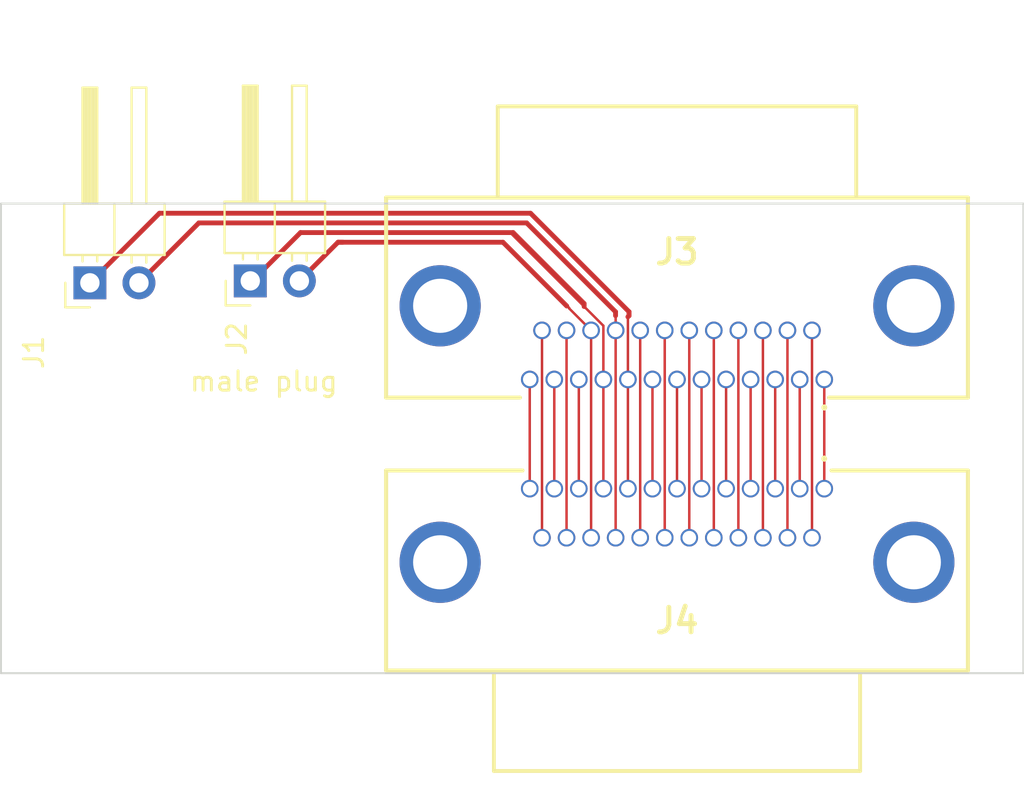
<source format=kicad_pcb>
(kicad_pcb (version 20211014) (generator pcbnew)
  (layers (0 "F.Cu" signal) (31 "B.Cu" signal) (34 "B.Paste" user) (35 "F.Paste" user) (36 "B.SilkS" user "B.Silkscreen") (37 "F.SilkS" user "F.Silkscreen") (38 "B.Mask" user) (39 "F.Mask" user) (44 "Edge.Cuts" user))
  (net 0 "")
  (net 1 "Net-(J1-Pad1)")
  (net 2 "Net-(J1-Pad2)")
  (net 3 "Net-(J2-Pad1)")
  (net 4 "Net-(J2-Pad2)")
  (net 6 "Net-(J3-Pad1)")
  (net 7 "Net-(J3-Pad2)")
  (net 8 "Net-(J3-Pad3)")
  (net 9 "Net-(J3-Pad4)")
  (net 10 "Net-(J3-Pad5)")
  (net 11 "Net-(J3-Pad6)")
  (net 12 "Net-(J3-Pad7)")
  (net 13 "Net-(J3-Pad8)")
  (net 14 "Net-(J3-Pad11)")
  (net 15 "Net-(J3-Pad12)")
  (net 16 "Net-(J3-Pad13)")
  (net 17 "Net-(J3-Pad14)")
  (net 18 "Net-(J3-Pad15)")
  (net 19 "Net-(J3-Pad16)")
  (net 20 "Net-(J3-Pad17)")
  (net 21 "Net-(J3-Pad18)")
  (net 22 "Net-(J3-Pad19)")
  (net 23 "Net-(J3-Pad20)")
  (net 24 "Net-(J3-Pad21)")
  (net 25 "Net-(J3-Pad24)")
  (net 26 "Net-(J3-Pad25)")
  (footprint "Connector_PinHeader_2.54mm:PinHeader_1x02_P2.54mm_Horizontal" (layer "F.Cu") (at 127.3 62.5 90)
    (fp_text reference "J2" (at -3 -0.7 90) (layer "F.SilkS"))
    (fp_text value "Conn_01x02_Male_2.54mm")
    (fp_line (start 4.1 0.16) (end 10.1 0.16) (layer "F.SilkS") (width 0.12))
    (fp_line (start 4.1 0.04) (end 10.1 0.04) (layer "F.SilkS") (width 0.12))
    (fp_line (start 4.1 -0.2) (end 10.1 -0.2) (layer "F.SilkS") (width 0.12))
    (fp_line (start 4.1 -0.32) (end 10.1 -0.32) (layer "F.SilkS") (width 0.12))
    (fp_line (start 10.1 2.16) (end 10.1 2.92) (layer "F.SilkS") (width 0.12))
    (fp_line (start 4.1 2.16) (end 10.1 2.16) (layer "F.SilkS") (width 0.12))
    (fp_line (start 4.1 -0.08) (end 10.1 -0.08) (layer "F.SilkS") (width 0.12))
    (fp_line (start 10.1 0.38) (end 4.1 0.38) (layer "F.SilkS") (width 0.12))
    (fp_line (start 1.11 0.38) (end 1.44 0.38) (layer "F.SilkS") (width 0.12))
    (fp_line (start 4.1 0.28) (end 10.1 0.28) (layer "F.SilkS") (width 0.12))
    (fp_line (start 1.44 -1.33) (end 1.44 3.87) (layer "F.SilkS") (width 0.12))
    (fp_line (start 10.1 2.92) (end 4.1 2.92) (layer "F.SilkS") (width 0.12))
    (fp_line (start 1.11 -0.38) (end 1.44 -0.38) (layer "F.SilkS") (width 0.12))
    (fp_line (start 10.1 -0.38) (end 10.1 0.38) (layer "F.SilkS") (width 0.12))
    (fp_line (start 1.44 3.87) (end 4.1 3.87) (layer "F.SilkS") (width 0.12))
    (fp_line (start -1.27 -1.27) (end 0 -1.27) (layer "F.SilkS") (width 0.12))
    (fp_line (start -1.27 0) (end -1.27 -1.27) (layer "F.SilkS") (width 0.12))
    (fp_line (start 1.44 1.27) (end 4.1 1.27) (layer "F.SilkS") (width 0.12))
    (fp_line (start 4.1 3.87) (end 4.1 -1.33) (layer "F.SilkS") (width 0.12))
    (fp_line (start 4.1 -1.33) (end 1.44 -1.33) (layer "F.SilkS") (width 0.12))
    (fp_line (start 4.1 -0.38) (end 10.1 -0.38) (layer "F.SilkS") (width 0.12))
    (fp_line (start 1.042929 2.16) (end 1.44 2.16) (layer "F.SilkS") (width 0.12))
    (fp_line (start 1.042929 2.92) (end 1.44 2.92) (layer "F.SilkS") (width 0.12))
    (pad "1" thru_hole rect (at 0 0 90) (size 1.7 1.7) (drill 1) (layers *.Cu *.Mask) (net 3 "Net-(J2-Pad1)"))
    (pad "2" thru_hole oval (at 0 2.54 90) (size 1.7 1.7) (drill 1) (layers *.Cu *.Mask) (net 4 "Net-(J2-Pad2)"))
  )
  (footprint "0Project_Library:581M25213L461_Norcomp_Female" (layer "F.Cu") (at 157 73.25)
    (fp_text reference "J4" (at -7.62 6.835) (layer "F.SilkS") (effects (font (size 1.27 1.27) (thickness 0.254))))
    (fp_text value "DB25_Female_MountingHoles" hide)
    (fp_line (start 0 -1.6) (end 0 -1.6) (layer "F.SilkS") (width 0.2))
    (fp_line (start 1.855 14.61) (end -17.095 14.61) (layer "F.SilkS") (width 0.2))
    (fp_line (start 7.43 -0.94) (end 7.43 -0.94) (layer "F.SilkS") (width 0.2))
    (fp_line (start -22.67 9.41) (end -22.67 9.41) (layer "F.SilkS") (width 0.2))
    (fp_line (start 0.38 -0.94) (end 7.43 -0.94) (layer "F.SilkS") (width 0.2))
    (fp_line (start -15.62 -0.94) (end -15.62 -0.94) (layer "F.SilkS") (width 0.2))
    (fp_line (start -17.095 14.61) (end -17.095 9.41) (layer "F.SilkS") (width 0.2))
    (fp_line (start -22.67 -0.94) (end -15.62 -0.94) (layer "F.SilkS") (width 0.2))
    (fp_line (start 7.43 -0.94) (end 0.38 -0.94) (layer "F.SilkS") (width 0.2))
    (fp_line (start 7.43 9.41) (end -22.67 9.41) (layer "F.SilkS") (width 0.2))
    (fp_line (start -22.67 -0.94) (end -22.67 9.41) (layer "F.SilkS") (width 0.2))
    (fp_line (start -22.67 9.41) (end -22.67 9.41) (layer "F.SilkS") (width 0.2))
    (fp_line (start -22.67 -0.94) (end -22.67 -0.94) (layer "F.SilkS") (width 0.2))
    (fp_line (start 7.43 9.41) (end 7.43 -0.94) (layer "F.SilkS") (width 0.2))
    (fp_line (start -22.67 9.41) (end -22.67 -0.94) (layer "F.SilkS") (width 0.2))
    (fp_line (start 7.43 9.41) (end 7.43 9.41) (layer "F.SilkS") (width 0.2))
    (fp_line (start -17.095 9.41) (end 1.855 9.41) (layer "F.SilkS") (width 0.2))
    (fp_line (start 0.38 -0.94) (end 0.38 -0.94) (layer "F.SilkS") (width 0.2))
    (fp_line (start 7.43 9.41) (end 7.43 9.41) (layer "F.SilkS") (width 0.2))
    (fp_line (start -22.67 -0.94) (end -22.67 -0.94) (layer "F.SilkS") (width 0.2))
    (fp_line (start 0 -1.6) (end 0 -1.6) (layer "F.SilkS") (width 0.2))
    (fp_line (start 7.43 -0.94) (end 7.43 9.41) (layer "F.SilkS") (width 0.2))
    (fp_line (start 1.855 9.41) (end 1.855 14.61) (layer "F.SilkS") (width 0.2))
    (fp_line (start -15.62 -0.94) (end -22.67 -0.94) (layer "F.SilkS") (width 0.2))
    (fp_line (start -22.67 9.41) (end 7.43 9.41) (layer "F.SilkS") (width 0.2))
    (fp_line (start 0 -1.5) (end 0 -1.5) (layer "F.SilkS") (width 0.2))
    (fp_line (start 7.43 -0.94) (end 7.43 -0.94) (layer "F.SilkS") (width 0.2))
    (fp_arc (start 0 -1.6) (mid 0.05 -1.55) (end 0 -1.5) (layer "F.SilkS") (width 0.2))
    (fp_arc (start 0 -1.5) (mid -0.05 -1.55) (end 0 -1.6) (layer "F.SilkS") (width 0.2))
    (fp_arc (start 0 -1.5) (mid -0.05 -1.55) (end 0 -1.6) (layer "F.SilkS") (width 0.2))
    (pad "0" thru_hole circle (at -19.875 3.81) (size 4.2 4.2) (drill 2.8) (layers *.Cu *.Mask))
    (pad "0" thru_hole circle (at 4.635 3.81) (size 4.2 4.2) (drill 2.8) (layers *.Cu *.Mask))
    (pad "1" thru_hole circle (at 0 0) (size 0.91 0.91) (drill 0.71) (layers *.Cu *.Mask) (net 6 "Net-(J3-Pad1)"))
    (pad "2" thru_hole circle (at -1.27 0) (size 0.91 0.91) (drill 0.71) (layers *.Cu *.Mask) (net 7 "Net-(J3-Pad2)"))
    (pad "3" thru_hole circle (at -2.54 0) (size 0.91 0.91) (drill 0.71) (layers *.Cu *.Mask) (net 8 "Net-(J3-Pad3)"))
    (pad "4" thru_hole circle (at -3.81 0) (size 0.91 0.91) (drill 0.71) (layers *.Cu *.Mask) (net 9 "Net-(J3-Pad4)"))
    (pad "5" thru_hole circle (at -5.08 0) (size 0.91 0.91) (drill 0.71) (layers *.Cu *.Mask) (net 10 "Net-(J3-Pad5)"))
    (pad "6" thru_hole circle (at -6.35 0) (size 0.91 0.91) (drill 0.71) (layers *.Cu *.Mask) (net 11 "Net-(J3-Pad6)"))
    (pad "7" thru_hole circle (at -7.62 0) (size 0.91 0.91) (drill 0.71) (layers *.Cu *.Mask) (net 12 "Net-(J3-Pad7)"))
    (pad "8" thru_hole circle (at -8.89 0) (size 0.91 0.91) (drill 0.71) (layers *.Cu *.Mask) (net 13 "Net-(J3-Pad8)"))
    (pad "9" thru_hole circle (at -10.16 0) (size 0.91 0.91) (drill 0.71) (layers *.Cu *.Mask) (net 1 "Net-(J1-Pad1)"))
    (pad "10" thru_hole circle (at -11.43 0) (size 0.91 0.91) (drill 0.71) (layers *.Cu *.Mask) (net 3 "Net-(J2-Pad1)"))
    (pad "11" thru_hole circle (at -12.7 0) (size 0.91 0.91) (drill 0.71) (layers *.Cu *.Mask) (net 14 "Net-(J3-Pad11)"))
    (pad "12" thru_hole circle (at -13.97 0) (size 0.91 0.91) (drill 0.71) (layers *.Cu *.Mask) (net 15 "Net-(J3-Pad12)"))
    (pad "13" thru_hole circle (at -15.24 0) (size 0.91 0.91) (drill 0.71) (layers *.Cu *.Mask) (net 16 "Net-(J3-Pad13)"))
    (pad "14" thru_hole circle (at -0.635 2.54) (size 0.91 0.91) (drill 0.71) (layers *.Cu *.Mask) (net 17 "Net-(J3-Pad14)"))
    (pad "15" thru_hole circle (at -1.905 2.54) (size 0.91 0.91) (drill 0.71) (layers *.Cu *.Mask) (net 18 "Net-(J3-Pad15)"))
    (pad "16" thru_hole circle (at -3.175 2.54) (size 0.91 0.91) (drill 0.71) (layers *.Cu *.Mask) (net 19 "Net-(J3-Pad16)"))
    (pad "17" thru_hole circle (at -4.445 2.54) (size 0.91 0.91) (drill 0.71) (layers *.Cu *.Mask) (net 20 "Net-(J3-Pad17)"))
    (pad "18" thru_hole circle (at -5.715 2.54) (size 0.91 0.91) (drill 0.71) (layers *.Cu *.Mask) (net 21 "Net-(J3-Pad18)"))
    (pad "19" thru_hole circle (at -6.985 2.54) (size 0.91 0.91) (drill 0.71) (layers *.Cu *.Mask) (net 22 "Net-(J3-Pad19)"))
    (pad "20" thru_hole circle (at -8.255 2.54) (size 0.91 0.91) (drill 0.71) (layers *.Cu *.Mask) (net 23 "Net-(J3-Pad20)"))
    (pad "21" thru_hole circle (at -9.525 2.54) (size 0.91 0.91) (drill 0.71) (layers *.Cu *.Mask) (net 24 "Net-(J3-Pad21)"))
    (pad "22" thru_hole circle (at -10.795 2.54) (size 0.91 0.91) (drill 0.71) (layers *.Cu *.Mask) (net 2 "Net-(J1-Pad2)"))
    (pad "23" thru_hole circle (at -12.065 2.54) (size 0.91 0.91) (drill 0.71) (layers *.Cu *.Mask) (net 4 "Net-(J2-Pad2)"))
    (pad "24" thru_hole circle (at -13.335 2.54) (size 0.91 0.91) (drill 0.71) (layers *.Cu *.Mask) (net 25 "Net-(J3-Pad24)"))
    (pad "25" thru_hole circle (at -14.605 2.54) (size 0.91 0.91) (drill 0.71) (layers *.Cu *.Mask) (net 26 "Net-(J3-Pad25)"))
  )
  (footprint "0Project_Library:581M25113L461_Norcomp" (layer "F.Cu") (at 157 67.6 180)
    (fp_text reference "J3" (at 7.62 6.595 180) (layer "F.SilkS") (effects (font (size 1.27 1.27) (thickness 0.254))))
    (fp_text value "DB25_Male_MountingHoles" hide)
    (fp_line (start -7.43 -0.94) (end -0.25 -0.94) (layer "F.SilkS") (width 0.2))
    (fp_line (start 22.67 9.41) (end 22.67 -0.94) (layer "F.SilkS") (width 0.2))
    (fp_line (start -7.43 -0.94) (end -7.43 -0.94) (layer "F.SilkS") (width 0.2))
    (fp_line (start -7.43 9.41) (end -7.43 9.41) (layer "F.SilkS") (width 0.2))
    (fp_line (start -1.655 9.41) (end 16.895 9.41) (layer "F.SilkS") (width 0.2))
    (fp_line (start 22.67 -0.94) (end 22.67 -0.94) (layer "F.SilkS") (width 0.2))
    (fp_line (start 22.67 9.41) (end 22.67 9.41) (layer "F.SilkS") (width 0.2))
    (fp_line (start 22.67 -0.94) (end 22.67 -0.94) (layer "F.SilkS") (width 0.2))
    (fp_line (start -0.25 -0.94) (end -0.25 -0.94) (layer "F.SilkS") (width 0.2))
    (fp_line (start -7.43 -0.94) (end -7.43 -0.94) (layer "F.SilkS") (width 0.2))
    (fp_line (start 0 -1.4) (end 0 -1.4) (layer "F.SilkS") (width 0.2))
    (fp_line (start 16.895 9.41) (end 16.895 14.13) (layer "F.SilkS") (width 0.2))
    (fp_line (start 16.895 14.13) (end -1.655 14.13) (layer "F.SilkS") (width 0.2))
    (fp_line (start 0 -1.5) (end 0 -1.5) (layer "F.SilkS") (width 0.2))
    (fp_line (start -7.43 9.41) (end -7.43 -0.94) (layer "F.SilkS") (width 0.2))
    (fp_line (start -7.43 9.41) (end -7.43 9.41) (layer "F.SilkS") (width 0.2))
    (fp_line (start 22.67 -0.94) (end 22.67 9.41) (layer "F.SilkS") (width 0.2))
    (fp_line (start -1.655 14.13) (end -1.655 9.41) (layer "F.SilkS") (width 0.2))
    (fp_line (start 15.75 -0.94) (end 22.67 -0.94) (layer "F.SilkS") (width 0.2))
    (fp_line (start 22.67 9.41) (end -7.43 9.41) (layer "F.SilkS") (width 0.2))
    (fp_line (start 22.67 -0.94) (end 15.75 -0.94) (layer "F.SilkS") (width 0.2))
    (fp_line (start -0.25 -0.94) (end -7.43 -0.94) (layer "F.SilkS") (width 0.2))
    (fp_line (start 0 -1.5) (end 0 -1.5) (layer "F.SilkS") (width 0.2))
    (fp_line (start -7.43 9.41) (end 22.67 9.41) (layer "F.SilkS") (width 0.2))
    (fp_line (start 22.67 9.41) (end 22.67 9.41) (layer "F.SilkS") (width 0.2))
    (fp_line (start -7.43 -0.94) (end -7.43 9.41) (layer "F.SilkS") (width 0.2))
    (fp_line (start 15.75 -0.94) (end 15.75 -0.94) (layer "F.SilkS") (width 0.2))
    (fp_arc (start 0 -1.5) (mid 0.05 -1.45) (end 0 -1.4) (layer "F.SilkS") (width 0.2))
    (fp_arc (start 0 -1.4) (mid -0.05 -1.45) (end 0 -1.5) (layer "F.SilkS") (width 0.2))
    (fp_arc (start 0 -1.4) (mid -0.05 -1.45) (end 0 -1.5) (layer "F.SilkS") (width 0.2))
    (pad "0" thru_hole circle (at 19.875 3.81 180) (size 4.2 4.2) (drill 2.8) (layers *.Cu *.Mask))
    (pad "0" thru_hole circle (at -4.635 3.81 180) (size 4.2 4.2) (drill 2.8) (layers *.Cu *.Mask))
    (pad "1" thru_hole circle (at 0 0 180) (size 0.91 0.91) (drill 0.7) (layers *.Cu *.Mask) (net 6 "Net-(J3-Pad1)"))
    (pad "2" thru_hole circle (at 1.27 0 180) (size 0.91 0.91) (drill 0.7) (layers *.Cu *.Mask) (net 7 "Net-(J3-Pad2)"))
    (pad "3" thru_hole circle (at 2.54 0 180) (size 0.91 0.91) (drill 0.7) (layers *.Cu *.Mask) (net 8 "Net-(J3-Pad3)"))
    (pad "4" thru_hole circle (at 3.81 0 180) (size 0.91 0.91) (drill 0.7) (layers *.Cu *.Mask) (net 9 "Net-(J3-Pad4)"))
    (pad "5" thru_hole circle (at 5.08 0 180) (size 0.91 0.91) (drill 0.7) (layers *.Cu *.Mask) (net 10 "Net-(J3-Pad5)"))
    (pad "6" thru_hole circle (at 6.35 0 180) (size 0.91 0.91) (drill 0.7) (layers *.Cu *.Mask) (net 11 "Net-(J3-Pad6)"))
    (pad "7" thru_hole circle (at 7.62 0 180) (size 0.91 0.91) (drill 0.7) (layers *.Cu *.Mask) (net 12 "Net-(J3-Pad7)"))
    (pad "8" thru_hole circle (at 8.89 0 180) (size 0.91 0.91) (drill 0.7) (layers *.Cu *.Mask) (net 13 "Net-(J3-Pad8)"))
    (pad "9" thru_hole circle (at 10.16 0 180) (size 0.91 0.91) (drill 0.7) (layers *.Cu *.Mask) (net 1 "Net-(J1-Pad1)"))
    (pad "10" thru_hole circle (at 11.43 0 180) (size 0.91 0.91) (drill 0.7) (layers *.Cu *.Mask) (net 3 "Net-(J2-Pad1)"))
    (pad "11" thru_hole circle (at 12.7 0 180) (size 0.91 0.91) (drill 0.7) (layers *.Cu *.Mask) (net 14 "Net-(J3-Pad11)"))
    (pad "12" thru_hole circle (at 13.97 0 180) (size 0.91 0.91) (drill 0.7) (layers *.Cu *.Mask) (net 15 "Net-(J3-Pad12)"))
    (pad "13" thru_hole circle (at 15.24 0 180) (size 0.91 0.91) (drill 0.7) (layers *.Cu *.Mask) (net 16 "Net-(J3-Pad13)"))
    (pad "14" thru_hole circle (at 0.635 2.54 180) (size 0.91 0.91) (drill 0.7) (layers *.Cu *.Mask) (net 17 "Net-(J3-Pad14)"))
    (pad "15" thru_hole circle (at 1.905 2.54 180) (size 0.91 0.91) (drill 0.7) (layers *.Cu *.Mask) (net 18 "Net-(J3-Pad15)"))
    (pad "16" thru_hole circle (at 3.175 2.54 180) (size 0.91 0.91) (drill 0.7) (layers *.Cu *.Mask) (net 19 "Net-(J3-Pad16)"))
    (pad "17" thru_hole circle (at 4.445 2.54 180) (size 0.91 0.91) (drill 0.7) (layers *.Cu *.Mask) (net 20 "Net-(J3-Pad17)"))
    (pad "18" thru_hole circle (at 5.715 2.54 180) (size 0.91 0.91) (drill 0.7) (layers *.Cu *.Mask) (net 21 "Net-(J3-Pad18)"))
    (pad "19" thru_hole circle (at 6.985 2.54 180) (size 0.91 0.91) (drill 0.7) (layers *.Cu *.Mask) (net 22 "Net-(J3-Pad19)"))
    (pad "20" thru_hole circle (at 8.255 2.54 180) (size 0.91 0.91) (drill 0.7) (layers *.Cu *.Mask) (net 23 "Net-(J3-Pad20)"))
    (pad "21" thru_hole circle (at 9.525 2.54 180) (size 0.91 0.91) (drill 0.7) (layers *.Cu *.Mask) (net 24 "Net-(J3-Pad21)"))
    (pad "22" thru_hole circle (at 10.795 2.54 180) (size 0.91 0.91) (drill 0.7) (layers *.Cu *.Mask) (net 2 "Net-(J1-Pad2)"))
    (pad "23" thru_hole circle (at 12.065 2.54 180) (size 0.91 0.91) (drill 0.7) (layers *.Cu *.Mask) (net 4 "Net-(J2-Pad2)"))
    (pad "24" thru_hole circle (at 13.335 2.54 180) (size 0.91 0.91) (drill 0.7) (layers *.Cu *.Mask) (net 25 "Net-(J3-Pad24)"))
    (pad "25" thru_hole circle (at 14.605 2.54 180) (size 0.91 0.91) (drill 0.7) (layers *.Cu *.Mask) (net 26 "Net-(J3-Pad25)"))
  )
  (footprint "Connector_PinHeader_2.54mm:PinHeader_1x02_P2.54mm_Horizontal" (layer "F.Cu") (at 119 62.6 90)
    (fp_text reference "J1" (at -3.6 -2.9 90) (layer "F.SilkS"))
    (fp_text value "Conn_01x02_Male_2.54mm")
    (fp_line (start 4.1 -0.2) (end 10.1 -0.2) (layer "F.SilkS") (width 0.12))
    (fp_line (start 4.1 0.16) (end 10.1 0.16) (layer "F.SilkS") (width 0.12))
    (fp_line (start 10.1 2.92) (end 4.1 2.92) (layer "F.SilkS") (width 0.12))
    (fp_line (start 1.042929 2.16) (end 1.44 2.16) (layer "F.SilkS") (width 0.12))
    (fp_line (start 1.44 1.27) (end 4.1 1.27) (layer "F.SilkS") (width 0.12))
    (fp_line (start -1.27 0) (end -1.27 -1.27) (layer "F.SilkS") (width 0.12))
    (fp_line (start 4.1 0.04) (end 10.1 0.04) (layer "F.SilkS") (width 0.12))
    (fp_line (start 1.44 -1.33) (end 1.44 3.87) (layer "F.SilkS") (width 0.12))
    (fp_line (start 4.1 3.87) (end 4.1 -1.33) (layer "F.SilkS") (width 0.12))
    (fp_line (start 4.1 -0.38) (end 10.1 -0.38) (layer "F.SilkS") (width 0.12))
    (fp_line (start 4.1 -0.32) (end 10.1 -0.32) (layer "F.SilkS") (width 0.12))
    (fp_line (start -1.27 -1.27) (end 0 -1.27) (layer "F.SilkS") (width 0.12))
    (fp_line (start 1.11 -0.38) (end 1.44 -0.38) (layer "F.SilkS") (width 0.12))
    (fp_line (start 1.11 0.38) (end 1.44 0.38) (layer "F.SilkS") (width 0.12))
    (fp_line (start 4.1 -0.08) (end 10.1 -0.08) (layer "F.SilkS") (width 0.12))
    (fp_line (start 4.1 2.16) (end 10.1 2.16) (layer "F.SilkS") (width 0.12))
    (fp_line (start 1.042929 2.92) (end 1.44 2.92) (layer "F.SilkS") (width 0.12))
    (fp_line (start 4.1 0.28) (end 10.1 0.28) (layer "F.SilkS") (width 0.12))
    (fp_line (start 4.1 -1.33) (end 1.44 -1.33) (layer "F.SilkS") (width 0.12))
    (fp_line (start 10.1 2.16) (end 10.1 2.92) (layer "F.SilkS") (width 0.12))
    (fp_line (start 10.1 0.38) (end 4.1 0.38) (layer "F.SilkS") (width 0.12))
    (fp_line (start 10.1 -0.38) (end 10.1 0.38) (layer "F.SilkS") (width 0.12))
    (fp_line (start 1.44 3.87) (end 4.1 3.87) (layer "F.SilkS") (width 0.12))
    (pad "1" thru_hole rect (at 0 0 90) (size 1.7 1.7) (drill 1) (layers *.Cu *.Mask) (net 1 "Net-(J1-Pad1)"))
    (pad "2" thru_hole oval (at 0 2.54 90) (size 1.7 1.7) (drill 1) (layers *.Cu *.Mask) (net 2 "Net-(J1-Pad2)"))
  )
  (gr_rect (start 114.4 58.5) (end 167.3 82.8) (layer "Edge.Cuts") (width 0.1) (fill none))
  (gr_text "male plug" (at 128 67.7) (layer "F.SilkS") (effects (font (size 1 1))))
  (segment (start 146.9 64.3) (end 146.84 64.36) (width 0.25) (layer "F.Cu") (net 1))
  (segment (start 146.9 64.1) (end 146.9 64.3) (width 0.25) (layer "F.Cu") (net 1))
  (segment (start 146.84 67.6) (end 146.84 64.36) (width 0.127) (layer "F.Cu") (net 1))
  (segment (start 146.84 67.6) (end 146.84 73.25) (width 0.127) (layer "F.Cu") (net 1))
  (segment (start 141.8 59) (end 146.9 64.1) (width 0.25) (layer "F.Cu") (net 1))
  (segment (start 119 62.6) (end 122.6 59) (width 0.25) (layer "F.Cu") (net 1))
  (segment (start 146.84 64.36) (end 146.84 64.14) (width 0.127) (layer "F.Cu") (net 1))
  (segment (start 122.6 59) (end 141.8 59) (width 0.25) (layer "F.Cu") (net 1))
  (segment (start 146.205 65.06) (end 146.205 75.79) (width 0.127) (layer "F.Cu") (net 2))
  (segment (start 146.205 65.06) (end 146.205 64.305) (width 0.127) (layer "F.Cu") (net 2))
  (segment (start 124.64 59.5) (end 141.6 59.5) (width 0.25) (layer "F.Cu") (net 2))
  (segment (start 146.205 64.305) (end 146.2 64.3) (width 0.127) (layer "F.Cu") (net 2))
  (segment (start 146.2 64.1) (end 146.2 64.3) (width 0.25) (layer "F.Cu") (net 2))
  (segment (start 141.6 59.5) (end 146.2 64.1) (width 0.25) (layer "F.Cu") (net 2))
  (segment (start 121.54 62.6) (end 124.64 59.5) (width 0.25) (layer "F.Cu") (net 2))
  (segment (start 144.5745 63.8255) (end 140.749001 60) (width 0.127) (layer "F.Cu") (net 3))
  (segment (start 144.5745 63.6745) (end 144.5745 63.8255) (width 0.25) (layer "F.Cu") (net 3))
  (segment (start 129.9 60) (end 140.9 60) (width 0.25) (layer "F.Cu") (net 3))
  (segment (start 145.57 64.820999) (end 144.5745 63.8255) (width 0.127) (layer "F.Cu") (net 3))
  (segment (start 140.9 60) (end 144.5745 63.6745) (width 0.25) (layer "F.Cu") (net 3))
  (segment (start 145.57 67.6) (end 145.57 73.25) (width 0.127) (layer "F.Cu") (net 3))
  (segment (start 145.57 67.6) (end 145.57 64.820999) (width 0.127) (layer "F.Cu") (net 3))
  (segment (start 127.4 62.5) (end 129.9 60) (width 0.25) (layer "F.Cu") (net 3))
  (segment (start 143.7 63.8) (end 143.675 63.8) (width 0.127) (layer "F.Cu") (net 4))
  (segment (start 140.375 60.5) (end 143.675 63.8) (width 0.25) (layer "F.Cu") (net 4))
  (segment (start 129.84 62.5) (end 131.84 60.5) (width 0.25) (layer "F.Cu") (net 4))
  (segment (start 143.8 63.925) (end 143.8 63.9) (width 0.127) (layer "F.Cu") (net 4))
  (segment (start 131.84 60.5) (end 140.375 60.5) (width 0.25) (layer "F.Cu") (net 4))
  (segment (start 132.1 60.5) (end 131.9 60.5) (width 0.127) (layer "F.Cu") (net 4))
  (segment (start 131.84 60.5) (end 132.1 60.5) (width 0.25) (layer "F.Cu") (net 4))
  (segment (start 144.935 65.06) (end 143.8 63.925) (width 0.127) (layer "F.Cu") (net 4))
  (segment (start 144.935 75.79) (end 144.935 65.06) (width 0.127) (layer "F.Cu") (net 4))
  (segment (start 143.8 63.9) (end 143.7 63.8) (width 0.127) (layer "F.Cu") (net 4))
  (segment (start 157 67.6) (end 157 73.25) (width 0.127) (layer "F.Cu") (net 6))
  (segment (start 155.73 73.25) (end 155.73 67.6) (width 0.127) (layer "F.Cu") (net 7))
  (segment (start 154.46 67.6) (end 154.46 73.25) (width 0.127) (layer "F.Cu") (net 8))
  (segment (start 153.19 73.25) (end 153.19 67.6) (width 0.127) (layer "F.Cu") (net 9))
  (segment (start 151.92 67.6) (end 151.92 73.25) (width 0.127) (layer "F.Cu") (net 10))
  (segment (start 150.65 67.6) (end 150.65 73.25) (width 0.127) (layer "F.Cu") (net 11))
  (segment (start 149.38 73.25) (end 149.38 67.6) (width 0.127) (layer "F.Cu") (net 12))
  (segment (start 148.11 67.6) (end 148.11 73.25) (width 0.127) (layer "F.Cu") (net 13))
  (segment (start 144.3 67.6) (end 144.3 73.25) (width 0.127) (layer "F.Cu") (net 14))
  (segment (start 143.03 67.6) (end 143.03 73.25) (width 0.127) (layer "F.Cu") (net 15))
  (segment (start 141.76 67.6) (end 141.76 73.25) (width 0.127) (layer "F.Cu") (net 16))
  (segment (start 156.365 65.06) (end 156.365 75.79) (width 0.127) (layer "F.Cu") (net 17))
  (segment (start 155.095 75.79) (end 155.095 65.06) (width 0.127) (layer "F.Cu") (net 18))
  (segment (start 153.825 65.06) (end 153.825 75.79) (width 0.127) (layer "F.Cu") (net 19))
  (segment (start 152.555 75.79) (end 152.555 65.06) (width 0.127) (layer "F.Cu") (net 20))
  (segment (start 151.285 65.06) (end 151.285 75.79) (width 0.127) (layer "F.Cu") (net 21))
  (segment (start 150.015 75.79) (end 150.015 65.06) (width 0.127) (layer "F.Cu") (net 22))
  (segment (start 148.745 65.06) (end 148.745 75.79) (width 0.127) (layer "F.Cu") (net 23))
  (segment (start 147.475 75.79) (end 147.475 65.06) (width 0.127) (layer "F.Cu") (net 24))
  (segment (start 143.665 65.06) (end 143.665 75.79) (width 0.127) (layer "F.Cu") (net 25))
  (segment (start 142.395 75.79) (end 142.395 65.06) (width 0.127) (layer "F.Cu") (net 26))
)
</source>
